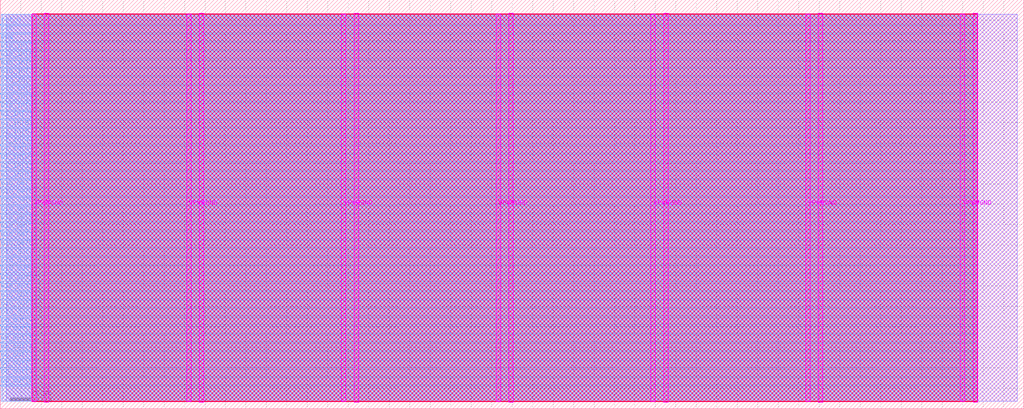
<source format=lef>
VERSION 5.7 ;
  NOWIREEXTENSIONATPIN ON ;
  DIVIDERCHAR "/" ;
  BUSBITCHARS "[]" ;
MACRO heichips25_example_small
  CLASS BLOCK ;
  FOREIGN heichips25_example_small ;
  ORIGIN 0.000 0.000 ;
  SIZE 500.000 BY 200.000 ;
  PIN VGND
    DIRECTION INOUT ;
    USE GROUND ;
    PORT
      LAYER TopMetal1 ;
        RECT 21.580 3.150 23.780 193.410 ;
    END
    PORT
      LAYER TopMetal1 ;
        RECT 97.180 3.150 99.380 193.410 ;
    END
    PORT
      LAYER TopMetal1 ;
        RECT 172.780 3.150 174.980 193.410 ;
    END
    PORT
      LAYER TopMetal1 ;
        RECT 248.380 3.150 250.580 193.410 ;
    END
    PORT
      LAYER TopMetal1 ;
        RECT 323.980 3.150 326.180 193.410 ;
    END
    PORT
      LAYER TopMetal1 ;
        RECT 399.580 3.150 401.780 193.410 ;
    END
    PORT
      LAYER TopMetal1 ;
        RECT 475.180 3.150 477.380 193.410 ;
    END
  END VGND
  PIN VPWR
    DIRECTION INOUT ;
    USE POWER ;
    PORT
      LAYER TopMetal1 ;
        RECT 15.380 3.560 17.580 193.000 ;
    END
    PORT
      LAYER TopMetal1 ;
        RECT 90.980 3.560 93.180 193.000 ;
    END
    PORT
      LAYER TopMetal1 ;
        RECT 166.580 3.560 168.780 193.000 ;
    END
    PORT
      LAYER TopMetal1 ;
        RECT 242.180 3.560 244.380 193.000 ;
    END
    PORT
      LAYER TopMetal1 ;
        RECT 317.780 3.560 319.980 193.000 ;
    END
    PORT
      LAYER TopMetal1 ;
        RECT 393.380 3.560 395.580 193.000 ;
    END
    PORT
      LAYER TopMetal1 ;
        RECT 468.980 3.560 471.180 193.000 ;
    END
  END VPWR
  PIN clk
    DIRECTION INPUT ;
    USE SIGNAL ;
    PORT
      LAYER Metal3 ;
        RECT 0.000 183.340 0.400 183.740 ;
    END
  END clk
  PIN ena
    DIRECTION INPUT ;
    USE SIGNAL ;
    PORT
      LAYER Metal3 ;
        RECT 0.000 179.140 0.400 179.540 ;
    END
  END ena
  PIN rst_n
    DIRECTION INPUT ;
    USE SIGNAL ;
    PORT
      LAYER Metal3 ;
        RECT 0.000 187.540 0.400 187.940 ;
    END
  END rst_n
  PIN ui_in[0]
    DIRECTION INPUT ;
    USE SIGNAL ;
    ANTENNAGATEAREA 0.180700 ;
    PORT
      LAYER Metal3 ;
        RECT 0.000 111.940 0.400 112.340 ;
    END
  END ui_in[0]
  PIN ui_in[1]
    DIRECTION INPUT ;
    USE SIGNAL ;
    ANTENNAGATEAREA 0.180700 ;
    PORT
      LAYER Metal3 ;
        RECT 0.000 116.140 0.400 116.540 ;
    END
  END ui_in[1]
  PIN ui_in[2]
    DIRECTION INPUT ;
    USE SIGNAL ;
    ANTENNAGATEAREA 0.180700 ;
    PORT
      LAYER Metal3 ;
        RECT 0.000 120.340 0.400 120.740 ;
    END
  END ui_in[2]
  PIN ui_in[3]
    DIRECTION INPUT ;
    USE SIGNAL ;
    ANTENNAGATEAREA 0.180700 ;
    PORT
      LAYER Metal3 ;
        RECT 0.000 124.540 0.400 124.940 ;
    END
  END ui_in[3]
  PIN ui_in[4]
    DIRECTION INPUT ;
    USE SIGNAL ;
    ANTENNAGATEAREA 0.180700 ;
    PORT
      LAYER Metal3 ;
        RECT 0.000 128.740 0.400 129.140 ;
    END
  END ui_in[4]
  PIN ui_in[5]
    DIRECTION INPUT ;
    USE SIGNAL ;
    ANTENNAGATEAREA 0.180700 ;
    PORT
      LAYER Metal3 ;
        RECT 0.000 132.940 0.400 133.340 ;
    END
  END ui_in[5]
  PIN ui_in[6]
    DIRECTION INPUT ;
    USE SIGNAL ;
    ANTENNAGATEAREA 0.180700 ;
    PORT
      LAYER Metal3 ;
        RECT 0.000 137.140 0.400 137.540 ;
    END
  END ui_in[6]
  PIN ui_in[7]
    DIRECTION INPUT ;
    USE SIGNAL ;
    ANTENNAGATEAREA 0.180700 ;
    PORT
      LAYER Metal3 ;
        RECT 0.000 141.340 0.400 141.740 ;
    END
  END ui_in[7]
  PIN uio_in[0]
    DIRECTION INPUT ;
    USE SIGNAL ;
    ANTENNAGATEAREA 0.180700 ;
    PORT
      LAYER Metal3 ;
        RECT 0.000 145.540 0.400 145.940 ;
    END
  END uio_in[0]
  PIN uio_in[1]
    DIRECTION INPUT ;
    USE SIGNAL ;
    ANTENNAGATEAREA 0.180700 ;
    PORT
      LAYER Metal3 ;
        RECT 0.000 149.740 0.400 150.140 ;
    END
  END uio_in[1]
  PIN uio_in[2]
    DIRECTION INPUT ;
    USE SIGNAL ;
    ANTENNAGATEAREA 0.180700 ;
    PORT
      LAYER Metal3 ;
        RECT 0.000 153.940 0.400 154.340 ;
    END
  END uio_in[2]
  PIN uio_in[3]
    DIRECTION INPUT ;
    USE SIGNAL ;
    ANTENNAGATEAREA 0.180700 ;
    PORT
      LAYER Metal3 ;
        RECT 0.000 158.140 0.400 158.540 ;
    END
  END uio_in[3]
  PIN uio_in[4]
    DIRECTION INPUT ;
    USE SIGNAL ;
    ANTENNAGATEAREA 0.180700 ;
    PORT
      LAYER Metal3 ;
        RECT 0.000 162.340 0.400 162.740 ;
    END
  END uio_in[4]
  PIN uio_in[5]
    DIRECTION INPUT ;
    USE SIGNAL ;
    ANTENNAGATEAREA 0.180700 ;
    PORT
      LAYER Metal3 ;
        RECT 0.000 166.540 0.400 166.940 ;
    END
  END uio_in[5]
  PIN uio_in[6]
    DIRECTION INPUT ;
    USE SIGNAL ;
    ANTENNAGATEAREA 0.180700 ;
    PORT
      LAYER Metal3 ;
        RECT 0.000 170.740 0.400 171.140 ;
    END
  END uio_in[6]
  PIN uio_in[7]
    DIRECTION INPUT ;
    USE SIGNAL ;
    ANTENNAGATEAREA 0.180700 ;
    PORT
      LAYER Metal3 ;
        RECT 0.000 174.940 0.400 175.340 ;
    END
  END uio_in[7]
  PIN uio_oe[0]
    DIRECTION OUTPUT ;
    USE SIGNAL ;
    ANTENNADIFFAREA 0.299200 ;
    PORT
      LAYER Metal3 ;
        RECT 0.000 78.340 0.400 78.740 ;
    END
  END uio_oe[0]
  PIN uio_oe[1]
    DIRECTION OUTPUT ;
    USE SIGNAL ;
    ANTENNADIFFAREA 0.299200 ;
    PORT
      LAYER Metal3 ;
        RECT 0.000 82.540 0.400 82.940 ;
    END
  END uio_oe[1]
  PIN uio_oe[2]
    DIRECTION OUTPUT ;
    USE SIGNAL ;
    ANTENNADIFFAREA 0.299200 ;
    PORT
      LAYER Metal3 ;
        RECT 0.000 86.740 0.400 87.140 ;
    END
  END uio_oe[2]
  PIN uio_oe[3]
    DIRECTION OUTPUT ;
    USE SIGNAL ;
    ANTENNADIFFAREA 0.299200 ;
    PORT
      LAYER Metal3 ;
        RECT 0.000 90.940 0.400 91.340 ;
    END
  END uio_oe[3]
  PIN uio_oe[4]
    DIRECTION OUTPUT ;
    USE SIGNAL ;
    ANTENNADIFFAREA 0.299200 ;
    PORT
      LAYER Metal3 ;
        RECT 0.000 95.140 0.400 95.540 ;
    END
  END uio_oe[4]
  PIN uio_oe[5]
    DIRECTION OUTPUT ;
    USE SIGNAL ;
    ANTENNADIFFAREA 0.299200 ;
    PORT
      LAYER Metal3 ;
        RECT 0.000 99.340 0.400 99.740 ;
    END
  END uio_oe[5]
  PIN uio_oe[6]
    DIRECTION OUTPUT ;
    USE SIGNAL ;
    ANTENNADIFFAREA 0.299200 ;
    PORT
      LAYER Metal3 ;
        RECT 0.000 103.540 0.400 103.940 ;
    END
  END uio_oe[6]
  PIN uio_oe[7]
    DIRECTION OUTPUT ;
    USE SIGNAL ;
    ANTENNADIFFAREA 0.299200 ;
    PORT
      LAYER Metal3 ;
        RECT 0.000 107.740 0.400 108.140 ;
    END
  END uio_oe[7]
  PIN uio_out[0]
    DIRECTION OUTPUT ;
    USE SIGNAL ;
    ANTENNADIFFAREA 0.299200 ;
    PORT
      LAYER Metal3 ;
        RECT 0.000 44.740 0.400 45.140 ;
    END
  END uio_out[0]
  PIN uio_out[1]
    DIRECTION OUTPUT ;
    USE SIGNAL ;
    ANTENNADIFFAREA 0.299200 ;
    PORT
      LAYER Metal3 ;
        RECT 0.000 48.940 0.400 49.340 ;
    END
  END uio_out[1]
  PIN uio_out[2]
    DIRECTION OUTPUT ;
    USE SIGNAL ;
    ANTENNADIFFAREA 0.299200 ;
    PORT
      LAYER Metal3 ;
        RECT 0.000 53.140 0.400 53.540 ;
    END
  END uio_out[2]
  PIN uio_out[3]
    DIRECTION OUTPUT ;
    USE SIGNAL ;
    ANTENNADIFFAREA 0.299200 ;
    PORT
      LAYER Metal3 ;
        RECT 0.000 57.340 0.400 57.740 ;
    END
  END uio_out[3]
  PIN uio_out[4]
    DIRECTION OUTPUT ;
    USE SIGNAL ;
    ANTENNADIFFAREA 0.299200 ;
    PORT
      LAYER Metal3 ;
        RECT 0.000 61.540 0.400 61.940 ;
    END
  END uio_out[4]
  PIN uio_out[5]
    DIRECTION OUTPUT ;
    USE SIGNAL ;
    ANTENNADIFFAREA 0.299200 ;
    PORT
      LAYER Metal3 ;
        RECT 0.000 65.740 0.400 66.140 ;
    END
  END uio_out[5]
  PIN uio_out[6]
    DIRECTION OUTPUT ;
    USE SIGNAL ;
    ANTENNADIFFAREA 0.299200 ;
    PORT
      LAYER Metal3 ;
        RECT 0.000 69.940 0.400 70.340 ;
    END
  END uio_out[6]
  PIN uio_out[7]
    DIRECTION OUTPUT ;
    USE SIGNAL ;
    ANTENNADIFFAREA 0.299200 ;
    PORT
      LAYER Metal3 ;
        RECT 0.000 74.140 0.400 74.540 ;
    END
  END uio_out[7]
  PIN uo_out[0]
    DIRECTION OUTPUT ;
    USE SIGNAL ;
    ANTENNADIFFAREA 0.708600 ;
    PORT
      LAYER Metal3 ;
        RECT 0.000 11.140 0.400 11.540 ;
    END
  END uo_out[0]
  PIN uo_out[1]
    DIRECTION OUTPUT ;
    USE SIGNAL ;
    ANTENNADIFFAREA 0.708600 ;
    PORT
      LAYER Metal3 ;
        RECT 0.000 15.340 0.400 15.740 ;
    END
  END uo_out[1]
  PIN uo_out[2]
    DIRECTION OUTPUT ;
    USE SIGNAL ;
    ANTENNADIFFAREA 0.708600 ;
    PORT
      LAYER Metal3 ;
        RECT 0.000 19.540 0.400 19.940 ;
    END
  END uo_out[2]
  PIN uo_out[3]
    DIRECTION OUTPUT ;
    USE SIGNAL ;
    ANTENNADIFFAREA 0.708600 ;
    PORT
      LAYER Metal3 ;
        RECT 0.000 23.740 0.400 24.140 ;
    END
  END uo_out[3]
  PIN uo_out[4]
    DIRECTION OUTPUT ;
    USE SIGNAL ;
    ANTENNADIFFAREA 0.708600 ;
    PORT
      LAYER Metal3 ;
        RECT 0.000 27.940 0.400 28.340 ;
    END
  END uo_out[4]
  PIN uo_out[5]
    DIRECTION OUTPUT ;
    USE SIGNAL ;
    ANTENNADIFFAREA 0.708600 ;
    PORT
      LAYER Metal3 ;
        RECT 0.000 32.140 0.400 32.540 ;
    END
  END uo_out[5]
  PIN uo_out[6]
    DIRECTION OUTPUT ;
    USE SIGNAL ;
    ANTENNADIFFAREA 0.708600 ;
    PORT
      LAYER Metal3 ;
        RECT 0.000 36.340 0.400 36.740 ;
    END
  END uo_out[6]
  PIN uo_out[7]
    DIRECTION OUTPUT ;
    USE SIGNAL ;
    ANTENNADIFFAREA 0.708600 ;
    PORT
      LAYER Metal3 ;
        RECT 0.000 40.540 0.400 40.940 ;
    END
  END uo_out[7]
  OBS
      LAYER GatPoly ;
        RECT 2.880 3.630 496.800 192.930 ;
      LAYER Metal1 ;
        RECT 2.880 3.560 496.800 193.000 ;
      LAYER Metal2 ;
        RECT 1.335 3.635 477.200 192.925 ;
      LAYER Metal3 ;
        RECT 0.400 188.150 477.245 192.880 ;
        RECT 0.610 187.330 477.245 188.150 ;
        RECT 0.400 183.950 477.245 187.330 ;
        RECT 0.610 183.130 477.245 183.950 ;
        RECT 0.400 179.750 477.245 183.130 ;
        RECT 0.610 178.930 477.245 179.750 ;
        RECT 0.400 175.550 477.245 178.930 ;
        RECT 0.610 174.730 477.245 175.550 ;
        RECT 0.400 171.350 477.245 174.730 ;
        RECT 0.610 170.530 477.245 171.350 ;
        RECT 0.400 167.150 477.245 170.530 ;
        RECT 0.610 166.330 477.245 167.150 ;
        RECT 0.400 162.950 477.245 166.330 ;
        RECT 0.610 162.130 477.245 162.950 ;
        RECT 0.400 158.750 477.245 162.130 ;
        RECT 0.610 157.930 477.245 158.750 ;
        RECT 0.400 154.550 477.245 157.930 ;
        RECT 0.610 153.730 477.245 154.550 ;
        RECT 0.400 150.350 477.245 153.730 ;
        RECT 0.610 149.530 477.245 150.350 ;
        RECT 0.400 146.150 477.245 149.530 ;
        RECT 0.610 145.330 477.245 146.150 ;
        RECT 0.400 141.950 477.245 145.330 ;
        RECT 0.610 141.130 477.245 141.950 ;
        RECT 0.400 137.750 477.245 141.130 ;
        RECT 0.610 136.930 477.245 137.750 ;
        RECT 0.400 133.550 477.245 136.930 ;
        RECT 0.610 132.730 477.245 133.550 ;
        RECT 0.400 129.350 477.245 132.730 ;
        RECT 0.610 128.530 477.245 129.350 ;
        RECT 0.400 125.150 477.245 128.530 ;
        RECT 0.610 124.330 477.245 125.150 ;
        RECT 0.400 120.950 477.245 124.330 ;
        RECT 0.610 120.130 477.245 120.950 ;
        RECT 0.400 116.750 477.245 120.130 ;
        RECT 0.610 115.930 477.245 116.750 ;
        RECT 0.400 112.550 477.245 115.930 ;
        RECT 0.610 111.730 477.245 112.550 ;
        RECT 0.400 108.350 477.245 111.730 ;
        RECT 0.610 107.530 477.245 108.350 ;
        RECT 0.400 104.150 477.245 107.530 ;
        RECT 0.610 103.330 477.245 104.150 ;
        RECT 0.400 99.950 477.245 103.330 ;
        RECT 0.610 99.130 477.245 99.950 ;
        RECT 0.400 95.750 477.245 99.130 ;
        RECT 0.610 94.930 477.245 95.750 ;
        RECT 0.400 91.550 477.245 94.930 ;
        RECT 0.610 90.730 477.245 91.550 ;
        RECT 0.400 87.350 477.245 90.730 ;
        RECT 0.610 86.530 477.245 87.350 ;
        RECT 0.400 83.150 477.245 86.530 ;
        RECT 0.610 82.330 477.245 83.150 ;
        RECT 0.400 78.950 477.245 82.330 ;
        RECT 0.610 78.130 477.245 78.950 ;
        RECT 0.400 74.750 477.245 78.130 ;
        RECT 0.610 73.930 477.245 74.750 ;
        RECT 0.400 70.550 477.245 73.930 ;
        RECT 0.610 69.730 477.245 70.550 ;
        RECT 0.400 66.350 477.245 69.730 ;
        RECT 0.610 65.530 477.245 66.350 ;
        RECT 0.400 62.150 477.245 65.530 ;
        RECT 0.610 61.330 477.245 62.150 ;
        RECT 0.400 57.950 477.245 61.330 ;
        RECT 0.610 57.130 477.245 57.950 ;
        RECT 0.400 53.750 477.245 57.130 ;
        RECT 0.610 52.930 477.245 53.750 ;
        RECT 0.400 49.550 477.245 52.930 ;
        RECT 0.610 48.730 477.245 49.550 ;
        RECT 0.400 45.350 477.245 48.730 ;
        RECT 0.610 44.530 477.245 45.350 ;
        RECT 0.400 41.150 477.245 44.530 ;
        RECT 0.610 40.330 477.245 41.150 ;
        RECT 0.400 36.950 477.245 40.330 ;
        RECT 0.610 36.130 477.245 36.950 ;
        RECT 0.400 32.750 477.245 36.130 ;
        RECT 0.610 31.930 477.245 32.750 ;
        RECT 0.400 28.550 477.245 31.930 ;
        RECT 0.610 27.730 477.245 28.550 ;
        RECT 0.400 24.350 477.245 27.730 ;
        RECT 0.610 23.530 477.245 24.350 ;
        RECT 0.400 20.150 477.245 23.530 ;
        RECT 0.610 19.330 477.245 20.150 ;
        RECT 0.400 15.950 477.245 19.330 ;
        RECT 0.610 15.130 477.245 15.950 ;
        RECT 0.400 11.750 477.245 15.130 ;
        RECT 0.610 10.930 477.245 11.750 ;
        RECT 0.400 3.680 477.245 10.930 ;
      LAYER Metal4 ;
        RECT 15.560 3.635 477.200 192.925 ;
      LAYER Metal5 ;
        RECT 15.515 3.470 477.245 193.090 ;
  END
END heichips25_example_small
END LIBRARY


</source>
